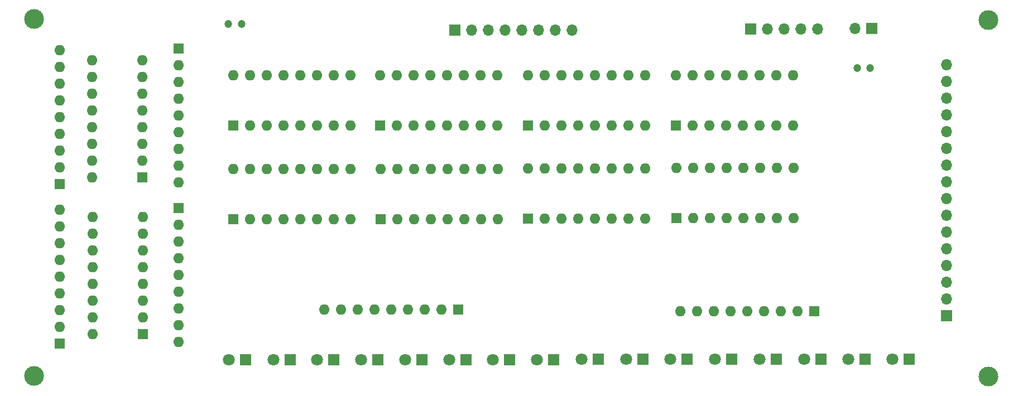
<source format=gbr>
%TF.GenerationSoftware,KiCad,Pcbnew,(5.1.9-0-10_14)*%
%TF.CreationDate,2021-04-19T21:01:21-04:00*%
%TF.ProjectId,MAR,4d41522e-6b69-4636-9164-5f7063625858,rev?*%
%TF.SameCoordinates,Original*%
%TF.FileFunction,Soldermask,Top*%
%TF.FilePolarity,Negative*%
%FSLAX46Y46*%
G04 Gerber Fmt 4.6, Leading zero omitted, Abs format (unit mm)*
G04 Created by KiCad (PCBNEW (5.1.9-0-10_14)) date 2021-04-19 21:01:21*
%MOMM*%
%LPD*%
G01*
G04 APERTURE LIST*
%ADD10C,1.200000*%
%ADD11O,1.700000X1.700000*%
%ADD12R,1.700000X1.700000*%
%ADD13C,3.000000*%
%ADD14O,1.600000X1.600000*%
%ADD15R,1.600000X1.600000*%
%ADD16R,1.800000X1.800000*%
%ADD17C,1.800000*%
G04 APERTURE END LIST*
D10*
%TO.C,C2*%
X86007501Y-75927001D03*
X84007501Y-75927001D03*
%TD*%
D11*
%TO.C,J4*%
X173355000Y-76708000D03*
X170815000Y-76708000D03*
X168275000Y-76708000D03*
X165735000Y-76708000D03*
D12*
X163195000Y-76708000D03*
%TD*%
D11*
%TO.C,J3*%
X179067500Y-76616500D03*
D12*
X181607500Y-76616500D03*
%TD*%
D10*
%TO.C,C1*%
X181387500Y-82613500D03*
X179387500Y-82613500D03*
%TD*%
D13*
%TO.C,REF\u002A\u002A*%
X199326500Y-75311000D03*
%TD*%
%TO.C,REF\u002A\u002A*%
X199326500Y-129476500D03*
%TD*%
%TO.C,REF\u002A\u002A*%
X54546500Y-129349500D03*
%TD*%
%TO.C,REF\u002A\u002A*%
X54546500Y-75184000D03*
%TD*%
D11*
%TO.C,J2*%
X136144000Y-76835000D03*
X133604000Y-76835000D03*
X131064000Y-76835000D03*
X128524000Y-76835000D03*
X125984000Y-76835000D03*
X123444000Y-76835000D03*
X120904000Y-76835000D03*
D12*
X118364000Y-76835000D03*
%TD*%
D11*
%TO.C,J1*%
X192976500Y-82105500D03*
X192976500Y-84645500D03*
X192976500Y-87185500D03*
X192976500Y-89725500D03*
X192976500Y-92265500D03*
X192976500Y-94805500D03*
X192976500Y-97345500D03*
X192976500Y-99885500D03*
X192976500Y-102425500D03*
X192976500Y-104965500D03*
X192976500Y-107505500D03*
X192976500Y-110045500D03*
X192976500Y-112585500D03*
X192976500Y-115125500D03*
X192976500Y-117665500D03*
D12*
X192976500Y-120205500D03*
%TD*%
D14*
%TO.C,U8*%
X151955500Y-97790000D03*
X169735500Y-105410000D03*
X154495500Y-97790000D03*
X167195500Y-105410000D03*
X157035500Y-97790000D03*
X164655500Y-105410000D03*
X159575500Y-97790000D03*
X162115500Y-105410000D03*
X162115500Y-97790000D03*
X159575500Y-105410000D03*
X164655500Y-97790000D03*
X157035500Y-105410000D03*
X167195500Y-97790000D03*
X154495500Y-105410000D03*
X169735500Y-97790000D03*
D15*
X151955500Y-105410000D03*
%TD*%
D14*
%TO.C,U7*%
X151892000Y-83693000D03*
X169672000Y-91313000D03*
X154432000Y-83693000D03*
X167132000Y-91313000D03*
X156972000Y-83693000D03*
X164592000Y-91313000D03*
X159512000Y-83693000D03*
X162052000Y-91313000D03*
X162052000Y-83693000D03*
X159512000Y-91313000D03*
X164592000Y-83693000D03*
X156972000Y-91313000D03*
X167132000Y-83693000D03*
X154432000Y-91313000D03*
X169672000Y-83693000D03*
D15*
X151892000Y-91313000D03*
%TD*%
D14*
%TO.C,U6*%
X129476500Y-97853500D03*
X147256500Y-105473500D03*
X132016500Y-97853500D03*
X144716500Y-105473500D03*
X134556500Y-97853500D03*
X142176500Y-105473500D03*
X137096500Y-97853500D03*
X139636500Y-105473500D03*
X139636500Y-97853500D03*
X137096500Y-105473500D03*
X142176500Y-97853500D03*
X134556500Y-105473500D03*
X144716500Y-97853500D03*
X132016500Y-105473500D03*
X147256500Y-97853500D03*
D15*
X129476500Y-105473500D03*
%TD*%
D14*
%TO.C,U5*%
X107124500Y-97917000D03*
X124904500Y-105537000D03*
X109664500Y-97917000D03*
X122364500Y-105537000D03*
X112204500Y-97917000D03*
X119824500Y-105537000D03*
X114744500Y-97917000D03*
X117284500Y-105537000D03*
X117284500Y-97917000D03*
X114744500Y-105537000D03*
X119824500Y-97917000D03*
X112204500Y-105537000D03*
X122364500Y-97917000D03*
X109664500Y-105537000D03*
X124904500Y-97917000D03*
D15*
X107124500Y-105537000D03*
%TD*%
D14*
%TO.C,U4*%
X129413000Y-83693000D03*
X147193000Y-91313000D03*
X131953000Y-83693000D03*
X144653000Y-91313000D03*
X134493000Y-83693000D03*
X142113000Y-91313000D03*
X137033000Y-83693000D03*
X139573000Y-91313000D03*
X139573000Y-83693000D03*
X137033000Y-91313000D03*
X142113000Y-83693000D03*
X134493000Y-91313000D03*
X144653000Y-83693000D03*
X131953000Y-91313000D03*
X147193000Y-83693000D03*
D15*
X129413000Y-91313000D03*
%TD*%
D14*
%TO.C,U3*%
X84709000Y-97917000D03*
X102489000Y-105537000D03*
X87249000Y-97917000D03*
X99949000Y-105537000D03*
X89789000Y-97917000D03*
X97409000Y-105537000D03*
X92329000Y-97917000D03*
X94869000Y-105537000D03*
X94869000Y-97917000D03*
X92329000Y-105537000D03*
X97409000Y-97917000D03*
X89789000Y-105537000D03*
X99949000Y-97917000D03*
X87249000Y-105537000D03*
X102489000Y-97917000D03*
D15*
X84709000Y-105537000D03*
%TD*%
D14*
%TO.C,U2*%
X106997500Y-83693000D03*
X124777500Y-91313000D03*
X109537500Y-83693000D03*
X122237500Y-91313000D03*
X112077500Y-83693000D03*
X119697500Y-91313000D03*
X114617500Y-83693000D03*
X117157500Y-91313000D03*
X117157500Y-83693000D03*
X114617500Y-91313000D03*
X119697500Y-83693000D03*
X112077500Y-91313000D03*
X122237500Y-83693000D03*
X109537500Y-91313000D03*
X124777500Y-83693000D03*
D15*
X106997500Y-91313000D03*
%TD*%
D14*
%TO.C,U1*%
X84709000Y-83693000D03*
X102489000Y-91313000D03*
X87249000Y-83693000D03*
X99949000Y-91313000D03*
X89789000Y-83693000D03*
X97409000Y-91313000D03*
X92329000Y-83693000D03*
X94869000Y-91313000D03*
X94869000Y-83693000D03*
X92329000Y-91313000D03*
X97409000Y-83693000D03*
X89789000Y-91313000D03*
X99949000Y-83693000D03*
X87249000Y-91313000D03*
X102489000Y-83693000D03*
D15*
X84709000Y-91313000D03*
%TD*%
D14*
%TO.C,SW2*%
X63309500Y-99187000D03*
X70929500Y-81407000D03*
X63309500Y-96647000D03*
X70929500Y-83947000D03*
X63309500Y-94107000D03*
X70929500Y-86487000D03*
X63309500Y-91567000D03*
X70929500Y-89027000D03*
X63309500Y-89027000D03*
X70929500Y-91567000D03*
X63309500Y-86487000D03*
X70929500Y-94107000D03*
X63309500Y-83947000D03*
X70929500Y-96647000D03*
X63309500Y-81407000D03*
D15*
X70929500Y-99187000D03*
%TD*%
D14*
%TO.C,SW1*%
X63436500Y-122999500D03*
X71056500Y-105219500D03*
X63436500Y-120459500D03*
X71056500Y-107759500D03*
X63436500Y-117919500D03*
X71056500Y-110299500D03*
X63436500Y-115379500D03*
X71056500Y-112839500D03*
X63436500Y-112839500D03*
X71056500Y-115379500D03*
X63436500Y-110299500D03*
X71056500Y-117919500D03*
X63436500Y-107759500D03*
X71056500Y-120459500D03*
X63436500Y-105219500D03*
D15*
X71056500Y-122999500D03*
%TD*%
D14*
%TO.C,RN6*%
X152527000Y-119507000D03*
X155067000Y-119507000D03*
X157607000Y-119507000D03*
X160147000Y-119507000D03*
X162687000Y-119507000D03*
X165227000Y-119507000D03*
X167767000Y-119507000D03*
X170307000Y-119507000D03*
D15*
X172847000Y-119507000D03*
%TD*%
D14*
%TO.C,RN5*%
X98552000Y-119316500D03*
X101092000Y-119316500D03*
X103632000Y-119316500D03*
X106172000Y-119316500D03*
X108712000Y-119316500D03*
X111252000Y-119316500D03*
X113792000Y-119316500D03*
X116332000Y-119316500D03*
D15*
X118872000Y-119316500D03*
%TD*%
D14*
%TO.C,RN4*%
X58420000Y-79946500D03*
X58420000Y-82486500D03*
X58420000Y-85026500D03*
X58420000Y-87566500D03*
X58420000Y-90106500D03*
X58420000Y-92646500D03*
X58420000Y-95186500D03*
X58420000Y-97726500D03*
D15*
X58420000Y-100266500D03*
%TD*%
D14*
%TO.C,RN3*%
X76454000Y-100012500D03*
X76454000Y-97472500D03*
X76454000Y-94932500D03*
X76454000Y-92392500D03*
X76454000Y-89852500D03*
X76454000Y-87312500D03*
X76454000Y-84772500D03*
X76454000Y-82232500D03*
D15*
X76454000Y-79692500D03*
%TD*%
D14*
%TO.C,RN2*%
X58420000Y-104140000D03*
X58420000Y-106680000D03*
X58420000Y-109220000D03*
X58420000Y-111760000D03*
X58420000Y-114300000D03*
X58420000Y-116840000D03*
X58420000Y-119380000D03*
X58420000Y-121920000D03*
D15*
X58420000Y-124460000D03*
%TD*%
D14*
%TO.C,RN1*%
X76454000Y-124206000D03*
X76454000Y-121666000D03*
X76454000Y-119126000D03*
X76454000Y-116586000D03*
X76454000Y-114046000D03*
X76454000Y-111506000D03*
X76454000Y-108966000D03*
X76454000Y-106426000D03*
D15*
X76454000Y-103886000D03*
%TD*%
D16*
%TO.C,D16*%
X187261500Y-126809500D03*
D17*
X184721500Y-126809500D03*
%TD*%
%TO.C,D15*%
X178054000Y-126809500D03*
D16*
X180594000Y-126809500D03*
%TD*%
D17*
%TO.C,D14*%
X171323000Y-126809500D03*
D16*
X173863000Y-126809500D03*
%TD*%
D17*
%TO.C,D13*%
X164592000Y-126809500D03*
D16*
X167132000Y-126809500D03*
%TD*%
D17*
%TO.C,D12*%
X157797500Y-126809500D03*
D16*
X160337500Y-126809500D03*
%TD*%
D17*
%TO.C,D11*%
X151066500Y-126809500D03*
D16*
X153606500Y-126809500D03*
%TD*%
D17*
%TO.C,D10*%
X144335500Y-126809500D03*
D16*
X146875500Y-126809500D03*
%TD*%
D17*
%TO.C,D9*%
X137604500Y-126809500D03*
D16*
X140144500Y-126809500D03*
%TD*%
D17*
%TO.C,D8*%
X130810000Y-126873000D03*
D16*
X133350000Y-126873000D03*
%TD*%
D17*
%TO.C,D7*%
X124142500Y-126873000D03*
D16*
X126682500Y-126873000D03*
%TD*%
D17*
%TO.C,D6*%
X117475000Y-126873000D03*
D16*
X120015000Y-126873000D03*
%TD*%
D17*
%TO.C,D5*%
X110807500Y-126873000D03*
D16*
X113347500Y-126873000D03*
%TD*%
D17*
%TO.C,D4*%
X104140000Y-126873000D03*
D16*
X106680000Y-126873000D03*
%TD*%
D17*
%TO.C,D3*%
X97472500Y-126873000D03*
D16*
X100012500Y-126873000D03*
%TD*%
D17*
%TO.C,D2*%
X90805000Y-126873000D03*
D16*
X93345000Y-126873000D03*
%TD*%
D17*
%TO.C,D1*%
X84074000Y-126873000D03*
D16*
X86614000Y-126873000D03*
%TD*%
M02*

</source>
